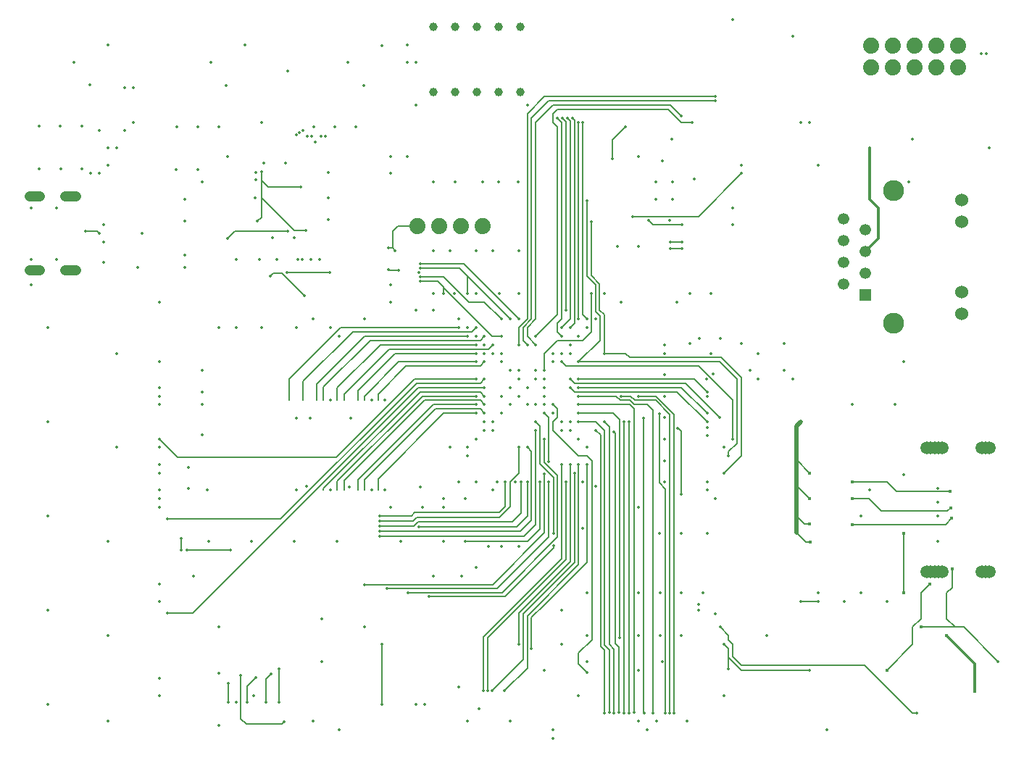
<source format=gbr>
G04 EAGLE Gerber RS-274X export*
G75*
%MOMM*%
%FSLAX34Y34*%
%LPD*%
%INBottom Copper*%
%IPPOS*%
%AMOC8*
5,1,8,0,0,1.08239X$1,22.5*%
G01*
%ADD10R,1.335000X1.335000*%
%ADD11C,1.335000*%
%ADD12C,1.530000*%
%ADD13C,2.445000*%
%ADD14C,1.879600*%
%ADD15C,1.000000*%
%ADD16C,1.500000*%
%ADD17C,1.200000*%
%ADD18C,0.353200*%
%ADD19C,0.152400*%
%ADD20C,0.303200*%
%ADD21C,0.304800*%
%ADD22C,0.403200*%
%ADD23C,0.508000*%
%ADD24C,0.203200*%


D10*
X1004900Y538100D03*
D11*
X979500Y550800D03*
X1004900Y563500D03*
X979500Y576200D03*
X1004900Y588900D03*
X979500Y601600D03*
X1004900Y614300D03*
X979500Y627000D03*
D12*
X1117400Y516350D03*
X1117400Y541750D03*
X1117400Y648850D03*
X1117400Y623450D03*
D13*
X1037900Y505150D03*
X1037900Y660050D03*
D14*
X557495Y618508D03*
X532095Y618508D03*
X506695Y618508D03*
X481295Y618508D03*
X1112997Y828994D03*
X1112997Y803594D03*
X1087597Y828994D03*
X1087597Y803594D03*
X1062197Y828994D03*
X1062197Y803594D03*
X1036797Y828994D03*
X1036797Y803594D03*
X1011397Y828994D03*
X1011397Y803594D03*
D15*
X551300Y775100D03*
X551300Y851300D03*
X525900Y775100D03*
X525900Y851300D03*
X500500Y775100D03*
X500500Y851300D03*
X576700Y775100D03*
X576700Y851300D03*
X602100Y775100D03*
X602100Y851300D03*
D16*
X1086000Y214500D03*
X1077000Y214500D03*
X1095000Y214500D03*
X1090500Y214500D03*
X1081500Y214500D03*
X1145500Y214500D03*
X1141500Y214500D03*
X1149500Y214500D03*
X1086000Y359500D03*
X1077000Y359500D03*
X1095000Y359500D03*
X1090500Y359500D03*
X1081500Y359500D03*
X1145500Y359500D03*
X1141500Y359500D03*
X1149500Y359500D03*
D17*
X82500Y653200D02*
X70500Y653200D01*
X70500Y566800D02*
X82500Y566800D01*
X40500Y653200D02*
X28500Y653200D01*
X28500Y566800D02*
X40500Y566800D01*
D18*
X40000Y735500D03*
X64500Y735500D03*
X90000Y735500D03*
X40000Y685500D03*
X65000Y685500D03*
X90000Y685500D03*
X120500Y830000D03*
X280000Y830000D03*
X440000Y829500D03*
X400000Y810000D03*
X419000Y783000D03*
X240000Y810000D03*
X258500Y783000D03*
X99000Y783500D03*
X80000Y810000D03*
X200500Y735000D03*
X225000Y735000D03*
X250000Y735000D03*
X200000Y685000D03*
X225000Y685000D03*
X360500Y735000D03*
X385000Y735000D03*
X410000Y735000D03*
X30000Y640000D03*
X60000Y640000D03*
X30000Y580000D03*
X60000Y580000D03*
X115500Y620000D03*
X115500Y600000D03*
X160000Y610000D03*
X115000Y576000D03*
X210000Y650000D03*
X210000Y624500D03*
X210000Y585000D03*
X210000Y570000D03*
X292500Y673000D03*
X302500Y692500D03*
X362500Y716500D03*
X377500Y651500D03*
X760000Y650000D03*
X780000Y650000D03*
X760000Y670000D03*
X780000Y670000D03*
X180000Y530000D03*
X180000Y420000D03*
X180000Y310000D03*
X180000Y200000D03*
X180000Y90000D03*
X180000Y460000D03*
X180000Y430000D03*
X180000Y410000D03*
X180000Y360000D03*
X180000Y340000D03*
X180000Y330000D03*
X180000Y300000D03*
X180000Y290000D03*
X180000Y180000D03*
X180000Y70000D03*
X540000Y360000D03*
X550000Y370000D03*
X560000Y380000D03*
X570000Y390000D03*
X580000Y400000D03*
X600000Y420000D03*
X600000Y440000D03*
X620000Y440000D03*
X610000Y430000D03*
X580000Y460000D03*
X580000Y470000D03*
X540000Y500000D03*
X550000Y490000D03*
X560000Y480000D03*
X640000Y460000D03*
X650000Y470000D03*
X660000Y480000D03*
X670000Y490000D03*
X680000Y500000D03*
X640000Y400000D03*
X650000Y390000D03*
X660000Y380000D03*
X670000Y370000D03*
X680000Y360000D03*
X50000Y60000D03*
X50000Y170000D03*
X50000Y280000D03*
X50000Y390000D03*
X50000Y500000D03*
X740000Y190000D03*
X765000Y190000D03*
X790000Y190000D03*
X815000Y190000D03*
X740000Y140000D03*
X765000Y140000D03*
X790000Y140000D03*
X680000Y110000D03*
X740000Y100000D03*
X767448Y110000D03*
X420000Y150000D03*
X540000Y40000D03*
X590000Y40000D03*
X390000Y30000D03*
X553500Y55000D03*
X490000Y60000D03*
X356000Y394500D03*
X404000Y394500D03*
X340000Y310000D03*
X380000Y310000D03*
X428000Y310000D03*
X444000Y310000D03*
X236000Y310000D03*
X670000Y70000D03*
X840000Y70000D03*
X740000Y40000D03*
X630000Y100000D03*
X680000Y190000D03*
X680000Y140000D03*
X980000Y180000D03*
X1030000Y180000D03*
X950000Y190000D03*
X1000000Y190000D03*
X1000000Y280000D03*
X1010000Y310000D03*
X1090000Y250000D03*
X1090000Y280000D03*
X1090000Y296052D03*
X1090000Y312511D03*
X1050000Y327948D03*
X990000Y410000D03*
X1040000Y410000D03*
X740000Y700000D03*
X930000Y740000D03*
X950000Y690000D03*
X850000Y640000D03*
X850000Y620000D03*
X715000Y595000D03*
X740000Y595000D03*
X800000Y540000D03*
X825000Y540000D03*
X784500Y530000D03*
X770000Y480000D03*
X811000Y487500D03*
X835500Y487500D03*
X800000Y481500D03*
X860000Y481500D03*
X910000Y481500D03*
X819635Y439635D03*
X820000Y419944D03*
X820000Y383500D03*
X820000Y373552D03*
X820000Y320000D03*
X820000Y310000D03*
X820000Y260000D03*
X790000Y260000D03*
X764500Y260000D03*
X550000Y220000D03*
X500000Y670000D03*
X525500Y670000D03*
X557500Y670000D03*
X576500Y670000D03*
X599500Y670000D03*
X500000Y590000D03*
X520000Y590000D03*
X550000Y590000D03*
X570000Y590000D03*
X600000Y590000D03*
X483500Y564500D03*
X450000Y530000D03*
X450000Y550000D03*
X450000Y700000D03*
X450000Y680000D03*
X470000Y700000D03*
X270000Y500000D03*
X380000Y500000D03*
X700000Y540000D03*
X870000Y450000D03*
X1050000Y460000D03*
X580000Y244500D03*
X600000Y244500D03*
X675000Y265500D03*
X1060000Y720000D03*
X1150000Y710000D03*
X940000Y740000D03*
X154500Y570000D03*
X317500Y580000D03*
X347000Y580000D03*
X367500Y580000D03*
X297500Y580000D03*
X342000Y580000D03*
X357500Y580000D03*
X270000Y580000D03*
X487500Y290000D03*
X512500Y290000D03*
X250000Y150000D03*
X250000Y96000D03*
X270000Y62000D03*
X250000Y35322D03*
X360000Y40000D03*
X370000Y110000D03*
X370000Y160000D03*
X300000Y500000D03*
X740000Y290000D03*
X30000Y550000D03*
X640000Y30000D03*
X750000Y30000D03*
X890000Y140000D03*
X330000Y800000D03*
X580000Y490000D03*
D19*
X569000Y490000D01*
X505556Y554444D02*
X485500Y554444D01*
D18*
X485500Y554444D03*
D19*
X512500Y546500D02*
X569000Y490000D01*
X512500Y547500D02*
X505556Y554444D01*
X512500Y547500D02*
X512500Y546500D01*
X512500Y540000D01*
D18*
X512500Y540000D03*
X600000Y510000D03*
D19*
X535500Y574500D02*
X485500Y574500D01*
D18*
X485500Y574500D03*
D19*
X535500Y574500D02*
X600000Y510000D01*
D18*
X590000Y510000D03*
D19*
X530556Y569444D02*
X485500Y569444D01*
D18*
X485500Y569444D03*
D19*
X540000Y560000D02*
X590000Y510000D01*
X540000Y560000D02*
X530556Y569444D01*
D18*
X460000Y567000D03*
D19*
X447948Y567000D01*
X447448Y567500D01*
D18*
X447448Y567500D03*
D19*
X540000Y560000D02*
X540000Y540000D01*
D18*
X540000Y540000D03*
X580000Y510000D03*
D19*
X560000Y530000D01*
X542000Y530000D01*
D18*
X485500Y559500D03*
D19*
X512500Y559500D02*
X542000Y530000D01*
X512500Y559500D02*
X485500Y559500D01*
D18*
X455552Y590000D03*
D19*
X452776Y592776D01*
X452552Y593000D01*
X447448Y593000D01*
D18*
X447448Y593000D03*
D19*
X452776Y592776D02*
X452776Y612776D01*
X458500Y618500D01*
X481288Y618500D02*
X481295Y618508D01*
X481288Y618500D02*
X458500Y618500D01*
D18*
X259500Y604500D03*
X330500Y612979D03*
D19*
X267979Y612979D02*
X259500Y604500D01*
X267979Y612979D02*
X330500Y612979D01*
D18*
X110000Y610000D03*
D19*
X107500Y612500D01*
X94000Y612500D01*
D18*
X94000Y612500D03*
X620000Y450000D03*
X660000Y470000D03*
X630000Y440000D03*
X620000Y410000D03*
X660000Y390000D03*
X650000Y380000D03*
X630000Y420000D03*
X770000Y420000D03*
X824500Y469500D03*
X879500Y469500D03*
X827000Y445500D03*
X770000Y445000D03*
X770000Y369500D03*
X770000Y344500D03*
X770000Y319500D03*
X570000Y380000D03*
X550000Y320000D03*
X610000Y410000D03*
X675000Y320000D03*
X600000Y450000D03*
X600000Y540000D03*
X640000Y470000D03*
X380000Y415500D03*
X428000Y415500D03*
X444000Y415500D03*
X230000Y450000D03*
X230000Y425000D03*
X230000Y410000D03*
X340000Y394500D03*
X230000Y375000D03*
X292000Y651500D03*
X327500Y692500D03*
X377500Y681500D03*
X377500Y626500D03*
X480000Y810000D03*
X340000Y725000D03*
X292500Y681556D03*
X344000Y727500D03*
X347500Y730682D03*
X312500Y604948D03*
X353000Y723500D03*
X337500Y605000D03*
X358000Y723500D03*
X369500Y723500D03*
X374500Y723500D03*
X470000Y830000D03*
X250000Y500000D03*
X462500Y250000D03*
X512500Y250000D03*
X470000Y810000D03*
X530000Y80000D03*
X480000Y60000D03*
X650000Y170000D03*
X960000Y30000D03*
X352052Y315000D03*
X214000Y312000D03*
X402000Y314000D03*
X214000Y337000D03*
X237500Y250000D03*
X288000Y250000D03*
X338000Y250000D03*
X388000Y250000D03*
X880000Y440000D03*
X779010Y720000D03*
X767500Y694400D03*
X805000Y674000D03*
X776000Y625500D03*
X860000Y690000D03*
X1056000Y670000D03*
X360000Y510000D03*
X500000Y520000D03*
X480000Y520000D03*
X420000Y510000D03*
X220000Y210000D03*
X480000Y760000D03*
X610000Y760000D03*
X850000Y860000D03*
X290000Y70000D03*
X560000Y390000D03*
X580000Y420000D03*
X575000Y320000D03*
X560000Y470000D03*
X525000Y540000D03*
X570000Y470000D03*
X550000Y540000D03*
X590000Y430000D03*
X150000Y780000D03*
X120000Y40000D03*
X100000Y680000D03*
X120000Y140000D03*
X110000Y680000D03*
X120000Y250000D03*
X120000Y690000D03*
X130000Y360000D03*
X120000Y710000D03*
X130000Y470000D03*
X130000Y710000D03*
X110000Y730000D03*
X640000Y20000D03*
X140000Y730000D03*
X500000Y210000D03*
X450000Y290000D03*
X533000Y210000D03*
X520000Y360000D03*
X540000Y350000D03*
X150000Y740000D03*
X390000Y490000D03*
X140000Y780000D03*
X512000Y300000D03*
X570000Y310000D03*
X630000Y410000D03*
X770000Y395000D03*
X530000Y510000D03*
X500000Y540000D03*
X690000Y510000D03*
X590000Y450000D03*
X577500Y540000D03*
X770000Y470000D03*
X300000Y740000D03*
X230000Y670000D03*
X565000Y244500D03*
X537500Y300000D03*
X530000Y320000D03*
X485500Y314052D03*
X260000Y700000D03*
X910000Y450000D03*
X920000Y440000D03*
X830000Y300000D03*
X840000Y360000D03*
X720000Y530000D03*
X920000Y840000D03*
X630000Y450000D03*
D19*
X645000Y485000D02*
X675000Y485000D01*
X685000Y495000D01*
X685000Y540000D01*
D18*
X685000Y540000D03*
D19*
X630000Y470000D02*
X630000Y450000D01*
X630000Y470000D02*
X645000Y485000D01*
D18*
X590000Y410000D03*
X596000Y320000D03*
X786000Y382500D03*
D19*
X786500Y382500D01*
X790000Y379000D02*
X790000Y305000D01*
D18*
X790000Y305000D03*
D19*
X790000Y379000D02*
X786500Y382500D01*
D18*
X655000Y520000D03*
D19*
X655000Y740730D02*
X651365Y744365D01*
D18*
X651365Y744365D03*
D19*
X655000Y740730D02*
X655000Y520000D01*
D18*
X650000Y490000D03*
D19*
X645000Y495000D01*
X645000Y505000D01*
X650000Y510000D01*
X650000Y740000D01*
X645500Y744500D01*
D18*
X645500Y744500D03*
X650000Y500000D03*
D19*
X660000Y510000D01*
X660000Y741461D02*
X656980Y744480D01*
D18*
X656980Y744480D03*
D19*
X660000Y741461D02*
X660000Y510000D01*
D18*
X680000Y510000D03*
D19*
X675000Y515000D02*
X675000Y740000D01*
X675000Y515000D02*
X680000Y510000D01*
X675056Y740000D02*
X675000Y740000D01*
D18*
X675056Y740000D03*
X670000Y510000D03*
D19*
X670000Y740000D01*
D18*
X670000Y740000D03*
X550000Y440000D03*
D19*
X478500Y440000D02*
X387000Y348500D01*
X478500Y440000D02*
X550000Y440000D01*
D18*
X180000Y370000D03*
D19*
X201500Y348500D01*
X387000Y348500D01*
D18*
X560000Y440000D03*
D19*
X555000Y435000D01*
X322000Y276500D02*
X190000Y276500D01*
D18*
X190000Y276500D03*
D19*
X480500Y435000D02*
X555000Y435000D01*
X480500Y435000D02*
X322000Y276500D01*
D18*
X560000Y430000D03*
D19*
X482500Y430000D01*
X219000Y166500D02*
X190000Y166500D01*
D18*
X190000Y166500D03*
D19*
X219000Y166500D02*
X482500Y430000D01*
D18*
X263000Y240000D03*
D19*
X212500Y240000D01*
D18*
X212500Y240000D03*
X660000Y500000D03*
D19*
X665000Y505000D01*
X665000Y742191D02*
X662596Y744596D01*
D18*
X662596Y744596D03*
D19*
X665000Y742191D02*
X665000Y505000D01*
D18*
X437500Y274000D03*
D19*
X476500Y274000D01*
X480500Y278000D01*
X577000Y278000D01*
X590000Y291000D01*
X590000Y320000D02*
X600000Y330000D01*
X600000Y360000D01*
D18*
X600000Y360000D03*
D19*
X590000Y320000D02*
X590000Y291000D01*
D18*
X437500Y268000D03*
D19*
X477500Y268000D01*
X482500Y273000D01*
X593000Y273000D01*
X603000Y283000D02*
X603000Y320000D01*
D18*
X603000Y320000D03*
D19*
X603000Y283000D02*
X593000Y273000D01*
D18*
X437500Y262000D03*
D19*
X602000Y262000D01*
X615000Y275000D02*
X615000Y355000D01*
X610000Y360000D01*
D18*
X610000Y360000D03*
D19*
X615000Y275000D02*
X602000Y262000D01*
D18*
X437500Y256500D03*
D19*
X606500Y256500D01*
X620000Y270000D02*
X620000Y380000D01*
D18*
X620000Y380000D03*
D19*
X620000Y270000D02*
X606500Y256500D01*
D18*
X610000Y320000D03*
D19*
X610000Y280000D01*
D18*
X483500Y267500D03*
D19*
X597500Y267500D02*
X610000Y280000D01*
X597500Y267500D02*
X483500Y267500D01*
D18*
X537500Y250000D03*
D19*
X610000Y250000D01*
X625000Y265000D01*
D18*
X625000Y320000D03*
D19*
X625000Y265000D01*
D18*
X437500Y280000D03*
D19*
X478500Y284000D02*
X577000Y284000D01*
X584000Y291000D02*
X584000Y320000D01*
D18*
X584000Y320000D03*
D19*
X474500Y280000D02*
X437500Y280000D01*
X474500Y280000D02*
X478500Y284000D01*
X577000Y284000D02*
X584000Y291000D01*
D18*
X630000Y430000D03*
X690000Y315000D03*
X471000Y190500D03*
D19*
X493770Y190500D01*
X493822Y190552D01*
X497178Y190552D01*
X497230Y190500D01*
X580500Y190500D02*
X645500Y255500D01*
X580500Y190500D02*
X497230Y190500D01*
D18*
X630000Y370000D03*
D19*
X630000Y342500D02*
X645500Y327000D01*
X630000Y342500D02*
X630000Y370000D01*
X645500Y327000D02*
X645500Y255500D01*
D18*
X495500Y186000D03*
X620000Y390000D03*
D19*
X625000Y385000D01*
X625000Y341000D02*
X641000Y325000D01*
X641000Y259500D01*
D18*
X641000Y259500D03*
X641000Y245000D03*
D19*
X641000Y242500D01*
X625000Y341000D02*
X625000Y385000D01*
X641000Y242500D02*
X584500Y186000D01*
X495500Y186000D01*
D18*
X446000Y195000D03*
D19*
X635000Y395000D02*
X630000Y400000D01*
D18*
X630000Y400000D03*
D19*
X575000Y195000D02*
X446000Y195000D01*
X575000Y195000D02*
X635112Y255112D01*
X635112Y320000D01*
D18*
X635112Y320000D03*
X635000Y343500D03*
D19*
X635000Y395000D01*
D18*
X420000Y199500D03*
D19*
X630056Y260056D02*
X630056Y329000D01*
D18*
X630056Y329000D03*
D19*
X569500Y199500D02*
X420000Y199500D01*
X569500Y199500D02*
X630056Y260056D01*
D18*
X558500Y75500D03*
D19*
X558500Y138500D01*
X650000Y230000D01*
X650000Y340000D01*
D18*
X650000Y340000D03*
X563556Y75500D03*
D19*
X563560Y75504D01*
X655000Y228730D02*
X655000Y320000D01*
X563560Y137290D02*
X563560Y75504D01*
X563560Y137290D02*
X655000Y228730D01*
D18*
X655000Y320000D03*
X568612Y75500D03*
D19*
X605000Y111888D01*
X605000Y165500D01*
X665000Y225500D01*
X665000Y330000D01*
D18*
X665000Y330000D03*
D19*
X660000Y340000D02*
X660000Y226811D01*
X600000Y166811D01*
X600000Y130000D01*
D18*
X600000Y130000D03*
X660000Y340000D03*
X583500Y75500D03*
D19*
X610000Y102000D01*
X610000Y163189D02*
X670000Y223189D01*
X670000Y340000D01*
X610000Y163189D02*
X610000Y102000D01*
D18*
X670000Y340000D03*
D19*
X680000Y226000D02*
X632000Y178000D01*
X631000Y177000D01*
X680000Y226000D02*
X680000Y340000D01*
D18*
X680000Y340000D03*
D19*
X631000Y177000D02*
X615000Y161000D01*
D18*
X615000Y125000D03*
D19*
X615000Y161000D01*
D20*
X412000Y310000D03*
D19*
X412000Y322000D02*
X500000Y410000D01*
X412000Y322000D02*
X412000Y310000D01*
D18*
X550000Y410000D03*
D19*
X500000Y410000D01*
D20*
X388000Y310000D03*
D19*
X388000Y320500D02*
X487500Y420000D01*
X388000Y320500D02*
X388000Y310000D01*
D18*
X550000Y420000D03*
D19*
X487500Y420000D01*
D20*
X372000Y310000D03*
D19*
X485000Y425000D02*
X555000Y425000D01*
X372000Y312000D02*
X372000Y310000D01*
X372000Y312000D02*
X485000Y425000D01*
D18*
X560000Y420000D03*
D19*
X555000Y425000D01*
D20*
X436000Y310000D03*
D19*
X436000Y323500D02*
X512500Y400000D01*
X436000Y323500D02*
X436000Y310000D01*
D18*
X550000Y400000D03*
D19*
X512500Y400000D01*
D20*
X420000Y310000D03*
D19*
X502500Y405000D02*
X555000Y405000D01*
X502500Y405000D02*
X420000Y322500D01*
X420000Y310000D01*
D18*
X560000Y400000D03*
D19*
X555000Y405000D01*
D20*
X396000Y310000D03*
D19*
X490000Y415000D02*
X555000Y415000D01*
X396000Y321000D02*
X396000Y310000D01*
X396000Y321000D02*
X490000Y415000D01*
D18*
X560000Y410000D03*
D19*
X555000Y415000D01*
D20*
X388000Y415500D03*
D19*
X388000Y429500D02*
X438500Y480000D01*
X388000Y429500D02*
X388000Y415500D01*
D18*
X550000Y480000D03*
D19*
X438500Y480000D01*
D20*
X348000Y415500D03*
D19*
X545000Y495000D02*
X550000Y500000D01*
X406000Y495000D02*
X348000Y437000D01*
X348000Y415500D01*
X406000Y495000D02*
X545000Y495000D01*
D18*
X550000Y500000D03*
D20*
X372000Y415500D03*
D19*
X555000Y485000D02*
X560000Y490000D01*
X555000Y485000D02*
X426500Y485000D01*
X372000Y430500D01*
X372000Y415500D01*
D18*
X560000Y490000D03*
D20*
X364000Y415500D03*
D19*
X364000Y434000D02*
X420000Y490000D01*
X364000Y434000D02*
X364000Y415500D01*
D18*
X540000Y490000D03*
D19*
X420000Y490000D01*
D20*
X412000Y415500D03*
D19*
X455500Y470000D02*
X550000Y470000D01*
X412000Y426500D02*
X412000Y415500D01*
X412000Y426500D02*
X455500Y470000D01*
D18*
X550000Y470000D03*
D20*
X436000Y415500D03*
D19*
X468500Y455000D02*
X555000Y455000D01*
X468500Y455000D02*
X436000Y422500D01*
X436000Y415500D01*
D18*
X560000Y460000D03*
D19*
X555000Y455000D01*
D20*
X396000Y415500D03*
D19*
X448500Y475000D02*
X565000Y475000D01*
X448500Y475000D02*
X396000Y422500D01*
X396000Y415500D01*
D18*
X570000Y480000D03*
D19*
X565000Y475000D01*
D20*
X420000Y415500D03*
D19*
X420000Y420000D02*
X460000Y460000D01*
X420000Y420000D02*
X420000Y415500D01*
D18*
X550000Y460000D03*
D19*
X460000Y460000D01*
D20*
X332000Y415500D03*
D19*
X332000Y440000D02*
X392000Y500000D01*
X332000Y440000D02*
X332000Y415500D01*
X392000Y500000D02*
X530000Y500000D01*
D18*
X530000Y500000D03*
X789500Y747500D03*
D19*
X777000Y760000D01*
X640000Y760000D01*
D18*
X620000Y480000D03*
D19*
X610000Y490000D01*
X610000Y500000D01*
X620000Y510000D01*
X620000Y740000D01*
X640000Y760000D01*
D18*
X670000Y460000D03*
D19*
X695000Y485000D01*
X695000Y513500D02*
X690000Y518500D01*
X690000Y550000D02*
X680000Y560000D01*
X680000Y648500D01*
D18*
X680000Y648500D03*
D19*
X695000Y513500D02*
X695000Y485000D01*
X690000Y518500D02*
X690000Y550000D01*
X835000Y460000D02*
X855000Y440000D01*
X855000Y365000D01*
X845000Y355000D02*
X845000Y350000D01*
D18*
X845000Y350000D03*
D19*
X835000Y460000D02*
X670000Y460000D01*
X845000Y355000D02*
X855000Y365000D01*
D18*
X830000Y770000D03*
D19*
X610000Y750000D02*
X610000Y510000D01*
X600000Y500000D01*
X600000Y480000D01*
D18*
X600000Y480000D03*
D19*
X630000Y770000D02*
X830000Y770000D01*
X630000Y770000D02*
X610000Y750000D01*
D18*
X830000Y764944D03*
D19*
X635056Y764944D01*
D18*
X610000Y480000D03*
D19*
X605000Y485000D01*
X605000Y500000D02*
X615000Y510000D01*
X615000Y744888D02*
X635056Y764944D01*
X605000Y500000D02*
X605000Y485000D01*
X615000Y510000D02*
X615000Y744888D01*
D18*
X620000Y490000D03*
D19*
X645000Y735000D02*
X640000Y740000D01*
X640000Y750000D01*
X645000Y755000D01*
X775000Y755000D01*
X790000Y740000D02*
X802500Y740000D01*
D18*
X802500Y740000D03*
D19*
X645000Y515000D02*
X620000Y490000D01*
X645000Y515000D02*
X645000Y735000D01*
X775000Y755000D02*
X790000Y740000D01*
D18*
X781612Y50000D03*
D19*
X781612Y398388D01*
X760000Y420000D01*
X740000Y420000D01*
D18*
X740000Y420000D03*
X771500Y50000D03*
D19*
X771500Y311500D01*
X764500Y318500D01*
D18*
X764500Y399052D03*
D19*
X764500Y318500D01*
D18*
X729000Y50000D03*
D19*
X729000Y389770D01*
X728885Y389885D01*
D18*
X728885Y389885D03*
X640000Y410000D03*
D19*
X645000Y405000D01*
X645000Y395000D01*
X640000Y390000D01*
X640000Y380000D01*
X670000Y350000D01*
X680000Y350000D01*
X685500Y135500D02*
X670000Y120000D01*
X670000Y107000D01*
X680000Y97000D01*
D18*
X680000Y97000D03*
D19*
X685500Y344500D02*
X680000Y350000D01*
X685500Y344500D02*
X685500Y135500D01*
D18*
X746500Y50000D03*
D19*
X746000Y50500D02*
X746000Y394000D01*
X746000Y50500D02*
X746500Y50000D01*
D18*
X746000Y394000D03*
X756500Y50000D03*
D19*
X756500Y403500D01*
X750000Y410000D01*
X735000Y410000D02*
X730000Y415000D01*
X719000Y415000D02*
X714000Y420000D01*
X670000Y420000D01*
D18*
X670000Y420000D03*
D19*
X735000Y410000D02*
X750000Y410000D01*
X730000Y415000D02*
X719000Y415000D01*
D18*
X723000Y50000D03*
D19*
X723000Y390000D01*
D18*
X723000Y390000D03*
X734865Y50135D03*
D19*
X734865Y405135D01*
X730000Y410000D01*
X670000Y410000D01*
D18*
X670000Y410000D03*
X711500Y50000D03*
X700000Y390000D03*
D19*
X705948Y384052D01*
X705948Y130052D02*
X711452Y124548D01*
X711452Y50048D02*
X711500Y50000D01*
X711452Y50048D02*
X711452Y124548D01*
X705948Y130052D02*
X705948Y384052D01*
D18*
X700000Y50000D03*
X690000Y380000D03*
D19*
X700000Y123000D02*
X700000Y50000D01*
X700000Y123000D02*
X695500Y127500D01*
X695500Y374500D02*
X690000Y380000D01*
X695500Y374500D02*
X695500Y127500D01*
D18*
X705865Y50135D03*
X670000Y390000D03*
D19*
X690000Y390000D01*
X699500Y380500D01*
X705865Y123635D02*
X705865Y50135D01*
X700500Y379500D02*
X699500Y380500D01*
X700500Y129000D02*
X705865Y123635D01*
X700500Y129000D02*
X700500Y379500D01*
D18*
X717365Y50135D03*
D19*
X717365Y126635D01*
D18*
X711500Y378500D03*
D19*
X713000Y131000D02*
X717365Y126635D01*
X713000Y377000D02*
X711500Y378500D01*
X713000Y377000D02*
X713000Y131000D01*
D18*
X670000Y400000D03*
D19*
X710000Y400000D01*
X717500Y392500D01*
D18*
X717500Y137500D03*
D19*
X717500Y392500D01*
D18*
X776556Y50000D03*
D19*
X776556Y398444D01*
X760000Y415000D01*
D18*
X720000Y420000D03*
D19*
X735500Y415000D02*
X760000Y415000D01*
X730500Y420000D02*
X720000Y420000D01*
X730500Y420000D02*
X735500Y415000D01*
D18*
X670000Y430000D03*
D19*
X790000Y430000D01*
X820000Y400000D01*
D18*
X820000Y400000D03*
X670000Y440000D03*
D19*
X805000Y440000D02*
X820000Y425000D01*
D18*
X820000Y425000D03*
D19*
X805000Y440000D02*
X670000Y440000D01*
D18*
X660000Y440000D03*
D19*
X665000Y435000D01*
X795000Y435000D02*
X835000Y395000D01*
D18*
X835000Y395000D03*
D19*
X795000Y435000D02*
X665000Y435000D01*
D18*
X660000Y430000D03*
D19*
X665000Y425000D01*
X785000Y425000D02*
X820000Y390000D01*
D18*
X820000Y390000D03*
D19*
X785000Y425000D02*
X665000Y425000D01*
D18*
X700000Y470000D03*
X684500Y624000D03*
D19*
X700000Y515000D02*
X700000Y470000D01*
X700000Y515000D02*
X694500Y520500D01*
X694500Y551000D01*
X684500Y561000D01*
X684500Y624000D01*
X725000Y470000D02*
X730000Y465000D01*
X860000Y350000D02*
X840000Y330000D01*
D18*
X840000Y330000D03*
X840000Y130000D03*
D19*
X725000Y470000D02*
X700000Y470000D01*
X730000Y465000D02*
X836500Y465000D01*
X860000Y441500D01*
X860000Y350000D01*
X840000Y130000D02*
X845000Y125000D01*
X845000Y120000D01*
D18*
X845000Y101500D03*
D19*
X845000Y115000D01*
D18*
X940000Y100000D03*
D19*
X860000Y100000D01*
X845000Y115000D01*
X845000Y120000D01*
D18*
X950000Y180000D03*
D19*
X930000Y180000D01*
D18*
X930000Y180000D03*
X650000Y460000D03*
D19*
X655000Y455000D01*
D18*
X850000Y370000D03*
D19*
X810000Y455000D02*
X655000Y455000D01*
X810000Y455000D02*
X850000Y415000D01*
X850000Y370000D01*
D18*
X835500Y150000D03*
D19*
X845000Y140500D01*
X845000Y135000D02*
X850000Y130000D01*
X1060000Y50000D02*
X1065000Y50000D01*
D18*
X1065000Y50000D03*
D19*
X845000Y135000D02*
X845000Y140500D01*
X850000Y130000D02*
X850000Y116000D01*
X860500Y105500D01*
X1004500Y105500D01*
X1060000Y50000D01*
D18*
X329500Y564500D03*
D19*
X379500Y564500D01*
D18*
X379500Y564500D03*
X350910Y613090D03*
D19*
X337910Y613090D02*
X299500Y651500D01*
X337910Y613090D02*
X350910Y613090D01*
D18*
X299500Y682000D03*
D19*
X299500Y672000D01*
D18*
X345500Y664500D03*
D19*
X307000Y664500D01*
X299500Y672000D01*
D18*
X295000Y624500D03*
D19*
X299500Y629000D01*
X299500Y651500D01*
X299500Y672000D01*
D18*
X310500Y95259D03*
D19*
X305000Y89759D01*
D18*
X305000Y62500D03*
D19*
X305000Y89759D01*
D18*
X292500Y91207D03*
D19*
X282500Y81207D01*
X282500Y62000D01*
D18*
X282500Y62000D03*
X260500Y84052D03*
D19*
X260500Y62000D01*
D18*
X260500Y62000D03*
X205500Y254000D03*
D19*
X205500Y240000D01*
D18*
X205500Y240000D03*
X440000Y60000D03*
D19*
X440000Y130000D01*
D18*
X440000Y130000D03*
D21*
X1004900Y588900D02*
X1020000Y604000D01*
X1020000Y640000D02*
X1010000Y650000D01*
X1020000Y640000D02*
X1020000Y604000D01*
X1010000Y650000D02*
X1010000Y710000D01*
D18*
X1010000Y710000D03*
X751500Y625000D03*
D19*
X756500Y620000D01*
X790352Y620000D01*
D18*
X790352Y620000D03*
X733000Y630000D03*
D19*
X810000Y630000D01*
X860000Y680000D01*
D18*
X860000Y680000D03*
X709500Y697000D03*
D19*
X709500Y719500D01*
X724500Y734500D01*
D18*
X724500Y734500D03*
X790352Y592500D03*
D19*
X777248Y592500D01*
D18*
X777248Y592500D03*
X777248Y600000D03*
D19*
X790352Y600000D01*
D18*
X790352Y600000D03*
X796500Y40000D03*
X830000Y165500D03*
X1146000Y820000D03*
X761500Y40000D03*
X810000Y170000D03*
X810000Y177000D03*
X650000Y130000D03*
X1140000Y820000D03*
D22*
X940000Y300000D03*
X940000Y270982D03*
X940291Y249709D03*
X940041Y330041D03*
X930000Y390000D03*
D23*
X924500Y280000D02*
X924500Y260500D01*
X924500Y280000D02*
X924500Y320000D01*
X924500Y350000D01*
X924500Y384500D01*
X930000Y390000D01*
D24*
X935291Y249709D02*
X940291Y249709D01*
X935291Y249709D02*
X924500Y260500D01*
X933518Y270982D02*
X940000Y270982D01*
X933518Y270982D02*
X924500Y280000D01*
X940000Y300000D02*
X924500Y315500D01*
X924500Y320000D01*
X940041Y330041D02*
X924500Y345582D01*
X924500Y350000D01*
D22*
X1100000Y140000D03*
D21*
X1132500Y107500D01*
X1132500Y75000D01*
D22*
X1132500Y75000D03*
X1080000Y200000D03*
D19*
X1070000Y190000D01*
X1070000Y160000D01*
X1060000Y150000D01*
X1060000Y130000D01*
D22*
X1030000Y100000D03*
D19*
X1060000Y130000D01*
D22*
X1050000Y260000D03*
D19*
X1050000Y190000D01*
D22*
X1050000Y190000D03*
X1070000Y150000D03*
D19*
X1110000Y150000D01*
X1120000Y150000D01*
X1160000Y110000D01*
D18*
X1160000Y110000D03*
D19*
X1110000Y150000D02*
X1100000Y160000D01*
X1100000Y190000D01*
X1106500Y196500D01*
X1106500Y218000D01*
D22*
X1106500Y218000D03*
D18*
X320000Y101500D03*
D19*
X320000Y62500D01*
D18*
X320000Y62500D03*
X275500Y94000D03*
D19*
X275500Y43000D01*
X281500Y37000D01*
X323500Y37000D01*
X326000Y39500D01*
D18*
X326000Y39500D03*
D22*
X990000Y320000D03*
D19*
X1030000Y320000D01*
X1041541Y308459D02*
X1104041Y308459D01*
D22*
X1104041Y308459D03*
D19*
X1041541Y308459D02*
X1030000Y320000D01*
D22*
X990000Y300000D03*
D19*
X1009000Y300000D01*
X1023500Y285500D01*
X1101000Y285500D01*
X1105000Y289500D01*
D22*
X1105000Y289500D03*
X990000Y270000D03*
D19*
X1098500Y270000D01*
X1105500Y277000D01*
D22*
X1105500Y277000D03*
D18*
X340000Y500000D03*
X310000Y560000D03*
D19*
X313500Y563500D01*
X323500Y563500D02*
X350000Y537000D01*
D18*
X350000Y537000D03*
D19*
X323500Y563500D02*
X313500Y563500D01*
M02*

</source>
